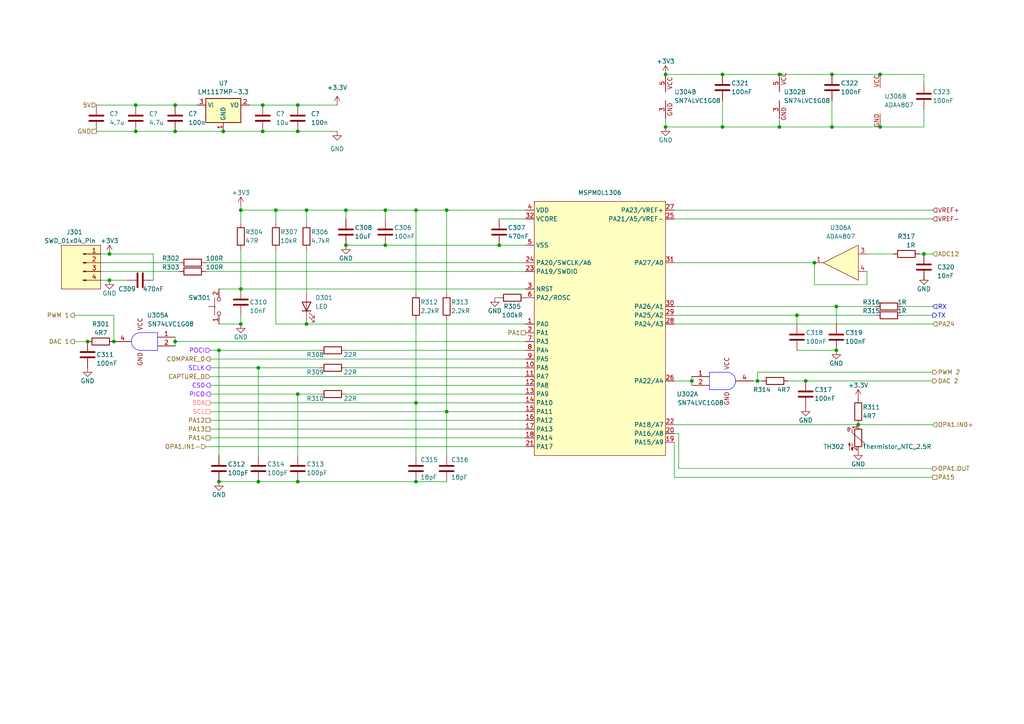
<source format=kicad_sch>
(kicad_sch (version 20230121) (generator eeschema)
  (paper "A4")
  (lib_symbols
    (symbol "+3.3V_1" (power) (pin_numbers hide) (pin_names (offset 0) hide)
      (property "Value" "+3.3V_1" (at 0 3.556 0))
      (symbol "+3.3V_1_1_1"
        (pin power_in line (at 0 0 90) (length 0) hide (name "+3.3V") (number "1"))
      )
    )
    (symbol "00_Myself_Library:ADA4807" (pin_names hide)
      (property "Reference" "U" (at -5.08 6.35 0))
      (property "Value" "ADA4807" (at 0 0 0))
      (symbol "ADA4807_1_1"
        (pin output line (at 10.16 0 180) (length 2.54) (name "~") (number "1"))
        (pin input line (at -5.08 2.54 0) (length 2.54) (name "+") (number "3"))
        (pin input line (at -5.08 -2.54 0) (length 2.54) (name "-") (number "4"))
      )
      (symbol "ADA4807_2_1"
        (pin power_in line (at 0 -7.62 90) (length 3.81) (name "V-") (number "GND"))
        (pin power_in line (at 0 7.62 270) (length 3.81) (name "V+") (number "VCC"))
      )
    )
    (symbol "00_Myself_Library:C_0603_470nF" (pin_numbers hide) (pin_names (offset 0.254))
      (property "Reference" "C" (at -3.683 7.112 0))
      (property "Value" "470nF" (at -3.81 5.08 0))
      (symbol "C_0603_470nF_1_1"
        (pin passive line (at 3.81 0 180) (length 2.794) (name "~") (number "1"))
        (pin passive line (at -3.81 0 0) (length 2.794) (name "~") (number "2"))
      )
    )
    (symbol "00_Myself_Library:C_0805_100nF" (pin_numbers hide) (pin_names (offset 0) hide)
      (property "Reference" "C" (at -2.54 6.35 0))
      (property "Value" "100nF" (at 0 3.81 0))
      (symbol "C_0805_100nF_1_1"
        (pin passive line (at 3.81 0 180) (length 2.794) (name "~") (number "1"))
        (pin passive line (at -3.81 0 0) (length 2.794) (name "~") (number "2"))
      )
    )
    (symbol "00_Myself_Library:C_0805_100pF" (pin_numbers hide) (pin_names (offset 0) hide)
      (property "Reference" "C" (at -2.54 8.89 0))
      (property "Value" "100pF" (at 0 6.35 0))
      (symbol "C_0805_100pF_1_1"
        (pin passive line (at 3.81 0 180) (length 2.794) (name "~") (number "1"))
        (pin passive line (at -3.81 0 0) (length 2.794) (name "~") (number "2"))
      )
    )
    (symbol "00_Myself_Library:C_0805_10nF" (pin_numbers hide) (pin_names (offset 0) hide)
      (property "Reference" "C" (at -2.54 8.89 0))
      (property "Value" "10nF" (at 0 6.35 0))
      (symbol "C_0805_10nF_1_1"
        (pin passive line (at 3.81 0 180) (length 2.794) (name "~") (number "1"))
        (pin passive line (at -3.81 0 0) (length 2.794) (name "~") (number "2"))
      )
    )
    (symbol "00_Myself_Library:C_0805_10uF" (pin_numbers hide) (pin_names (offset 0) hide)
      (property "Reference" "C" (at -2.54 6.35 0))
      (property "Value" "C_10uF" (at 0 3.81 0))
      (symbol "C_0805_10uF_1_1"
        (pin passive line (at 3.81 0 180) (length 2.794) (name "~") (number "1"))
        (pin passive line (at -3.81 0 0) (length 2.794) (name "~") (number "2"))
      )
    )
    (symbol "00_Myself_Library:C_0805_18pF" (pin_numbers hide) (pin_names (offset 0) hide)
      (property "Reference" "C" (at -2.54 8.89 0))
      (property "Value" "18pF" (at 0 6.35 0))
      (symbol "C_0805_18pF_1_1"
        (pin passive line (at 3.81 0 180) (length 2.794) (name "~") (number "1"))
        (pin passive line (at -3.81 0 0) (length 2.794) (name "~") (number "2"))
      )
    )
    (symbol "00_Myself_Library:LED" (pin_numbers hide) (pin_names (offset 1.016) hide)
      (property "Reference" "D" (at 0 2.54 0))
      (property "Value" "LED" (at 0 -2.54 0))
      (symbol "LED_1_1"
        (pin passive line (at -3.81 0 0) (length 2.54) (name "K") (number "1"))
        (pin passive line (at 3.81 0 180) (length 2.54) (name "A") (number "2"))
      )
    )
    (symbol "00_Myself_Library:MCU_MSPM0L1306"
      (property "Value" "MSPM0L1306" (at 0 40.64 0))
      (symbol "MCU_MSPM0L1306_1_0"
        (pin input line (at -21.59 20.32 0) (length 2.54) (name "PA20/SWCLK/A6") (number "24"))
      )
      (symbol "MCU_MSPM0L1306_1_1"
        (pin passive line (at -21.59 2.54 0) (length 2.54) (name "PA0") (number "1"))
        (pin passive line (at -21.59 -10.16 0) (length 2.54) (name "PA6") (number "10"))
        (pin passive line (at -21.59 -12.7 0) (length 2.54) (name "PA7") (number "11"))
        (pin passive line (at -21.59 -15.24 0) (length 2.54) (name "PA8") (number "12"))
        (pin passive line (at -21.59 -17.78 0) (length 2.54) (name "PA9") (number "13"))
        (pin passive line (at -21.59 -20.32 0) (length 2.54) (name "PA10") (number "14"))
        (pin passive line (at -21.59 -22.86 0) (length 2.54) (name "PA11") (number "15"))
        (pin passive line (at -21.59 -25.4 0) (length 2.54) (name "PA12") (number "16"))
        (pin passive line (at -21.59 -27.94 0) (length 2.54) (name "PA13") (number "17"))
        (pin passive line (at -21.59 -30.48 0) (length 2.54) (name "PA14") (number "18"))
        (pin passive line (at 21.59 -31.75 180) (length 2.54) (name "PA15/A9") (number "19"))
        (pin passive line (at -21.59 0 0) (length 2.54) (name "PA1") (number "2"))
        (pin passive line (at 21.59 -29.21 180) (length 2.54) (name "PA16/A8") (number "20"))
        (pin passive line (at -21.59 -33.02 0) (length 2.54) (name "PA17") (number "21"))
        (pin passive line (at 21.59 -26.67 180) (length 2.54) (name "PA18/A7") (number "22"))
        (pin bidirectional line (at -21.59 17.78 0) (length 2.54) (name "PA19/SWDIO") (number "23"))
        (pin passive line (at 21.59 33.02 180) (length 2.54) (name "PA21/A5/VREF-") (number "25"))
        (pin passive line (at 21.59 -13.97 180) (length 2.54) (name "PA22/A4") (number "26"))
        (pin passive line (at 21.59 35.56 180) (length 2.54) (name "PA23/VREF+") (number "27"))
        (pin passive line (at 21.59 2.54 180) (length 2.54) (name "PA24/A3") (number "28"))
        (pin passive line (at 21.59 5.08 180) (length 2.54) (name "PA25/A2") (number "29"))
        (pin input line (at -21.59 12.7 0) (length 2.54) (name "NRST") (number "3"))
        (pin passive line (at 21.59 7.62 180) (length 2.54) (name "PA26/A1") (number "30"))
        (pin passive line (at 21.59 20.32 180) (length 2.54) (name "PA27/A0") (number "31"))
        (pin power_in line (at -21.59 33.02 0) (length 2.54) (name "VCORE") (number "32"))
        (pin power_in line (at -21.59 35.56 0) (length 2.54) (name "VDD") (number "4"))
        (pin passive line (at -21.59 25.4 0) (length 2.54) (name "VSS") (number "5"))
        (pin output line (at -21.59 10.16 0) (length 2.54) (name "PA2/ROSC") (number "6"))
        (pin passive line (at -21.59 -2.54 0) (length 2.54) (name "PA3") (number "7"))
        (pin passive line (at -21.59 -5.08 0) (length 2.54) (name "PA4") (number "8"))
        (pin passive line (at -21.59 -7.62 0) (length 2.54) (name "PA5") (number "9"))
      )
    )
    (symbol "00_Myself_Library:R_0805_100R" (pin_numbers hide) (pin_names hide)
      (property "Reference" "R" (at -2.54 5.08 0))
      (property "Value" "R_100R" (at -1.27 2.54 0))
      (symbol "R_0805_100R_1_1"
        (pin passive line (at 3.81 0 180) (length 1.27) (name "~") (number "1"))
        (pin passive line (at -3.81 0 0) (length 1.27) (name "~") (number "2"))
      )
    )
    (symbol "00_Myself_Library:R_0805_100kR" (pin_numbers hide) (pin_names hide)
      (property "Reference" "R" (at -2.54 5.08 0))
      (property "Value" "100kR" (at 0 2.54 0))
      (symbol "R_0805_100kR_1_1"
        (pin passive line (at 3.81 0 180) (length 1.27) (name "~") (number "1"))
        (pin passive line (at -3.81 0 0) (length 1.27) (name "~") (number "2"))
      )
    )
    (symbol "00_Myself_Library:R_0805_10kR" (pin_numbers hide) (pin_names hide)
      (property "Reference" "R" (at -2.54 5.08 0))
      (property "Value" "10kR" (at -1.27 2.54 0))
      (symbol "R_0805_10kR_1_1"
        (pin passive line (at 3.81 0 180) (length 1.27) (name "~") (number "1"))
        (pin passive line (at -3.81 0 0) (length 1.27) (name "~") (number "2"))
      )
    )
    (symbol "00_Myself_Library:R_0805_1R" (pin_numbers hide) (pin_names hide)
      (property "Reference" "R" (at -2.54 5.08 0))
      (property "Value" "1R" (at -1.27 2.54 0))
      (symbol "R_0805_1R_1_1"
        (pin passive line (at 3.81 0 180) (length 1.27) (name "~") (number "1"))
        (pin passive line (at -3.81 0 0) (length 1.27) (name "~") (number "2"))
      )
    )
    (symbol "00_Myself_Library:R_0805_2.2kR" (pin_numbers hide) (pin_names hide)
      (property "Reference" "R" (at -2.54 5.08 0))
      (property "Value" "2.2kR" (at -1.27 2.54 0))
      (symbol "R_0805_2.2kR_1_1"
        (pin passive line (at 3.81 0 180) (length 1.27) (name "~") (number "1"))
        (pin passive line (at -3.81 0 0) (length 1.27) (name "~") (number "2"))
      )
    )
    (symbol "00_Myself_Library:R_0805_22R" (pin_numbers hide) (pin_names hide)
      (property "Reference" "R" (at -2.54 5.08 0))
      (property "Value" "22R" (at -1.27 2.54 0))
      (symbol "R_0805_22R_1_1"
        (pin passive line (at 3.81 0 180) (length 1.27) (name "~") (number "1"))
        (pin passive line (at -3.81 0 0) (length 1.27) (name "~") (number "2"))
      )
    )
    (symbol "00_Myself_Library:R_0805_4.7kR" (pin_numbers hide) (pin_names hide)
      (property "Reference" "R" (at -2.54 5.08 0))
      (property "Value" "4.7kR" (at -1.27 2.54 0))
      (symbol "R_0805_4.7kR_1_1"
        (pin passive line (at 3.81 0 180) (length 1.27) (name "~") (number "1"))
        (pin passive line (at -3.81 0 0) (length 1.27) (name "~") (number "2"))
      )
    )
    (symbol "00_Myself_Library:R_0805_47R" (pin_numbers hide) (pin_names hide)
      (property "Reference" "R" (at -2.54 5.08 0))
      (property "Value" "47R" (at -1.27 2.54 0))
      (symbol "R_0805_47R_1_1"
        (pin passive line (at 3.81 0 180) (length 1.27) (name "~") (number "1"))
        (pin passive line (at -3.81 0 0) (length 1.27) (name "~") (number "2"))
      )
    )
    (symbol "00_Myself_Library:R_0805_4R7" (pin_numbers hide) (pin_names hide)
      (property "Reference" "R" (at -2.54 5.08 0))
      (property "Value" "4R7" (at -1.27 2.54 0))
      (symbol "R_0805_4R7_1_1"
        (pin passive line (at 3.81 0 180) (length 1.27) (name "~") (number "1"))
        (pin passive line (at -3.81 0 0) (length 1.27) (name "~") (number "2"))
      )
    )
    (symbol "00_Myself_Library:SN74LVC1G08" (pin_names hide)
      (property "Reference" "U" (at -1.27 0 0))
      (property "Value" "SN74LVC1G08" (at -1.27 8.89 0))
      (symbol "SN74LVC1G08_0_1"
        (text "GND" (at 1.27 -5.08 900) (effects (font (size 1.27 1.27))))
        (text "VCC" (at 1.27 5.08 900) (effects (font (size 1.27 1.27))))
      )
      (symbol "SN74LVC1G08_1_1"
        (pin input line (at -8.89 1.27 0) (length 5.08) (name "~") (number "1"))
        (pin input line (at -8.89 -1.27 0) (length 5.08) (name "~") (number "2"))
        (pin output line (at 8.89 0 180) (length 5.08) (name "~") (number "4"))
      )
      (symbol "SN74LVC1G08_2_1"
        (pin passive line (at 0 -6.35 90) (length 5.08) (name "GND") (number "3"))
        (pin power_in line (at 0 6.35 270) (length 5.08) (name "VCC") (number "5"))
      )
    )
    (symbol "00_Myself_Library:SWD_01x04_Pin" (pin_names (offset 1.016) hide)
      (property "Reference" "J201" (at -1.27 11.43 0))
      (property "Value" "SWD_01x04_Pin" (at 0 8.89 0))
      (symbol "SWD_01x04_Pin_1_1"
        (pin passive line (at 5.08 2.54 180) (length 3.81) (name "Pin_1") (number "1"))
        (pin passive line (at 5.08 0 180) (length 3.81) (name "Pin_2") (number "2"))
        (pin passive line (at 5.08 -2.54 180) (length 3.81) (name "Pin_3") (number "3"))
        (pin passive line (at 5.08 -5.08 180) (length 3.81) (name "Pin_4") (number "4"))
      )
    )
    (symbol "00_Myself_Library:Switch" (pin_names hide)
      (property "Reference" "SW" (at 0 3.81 0))
      (symbol "Switch_0_1"
        (pin passive line (at -5.08 -1.27 0) (length 2.54) (name "1") (number "1"))
        (pin passive line (at 5.08 -1.27 180) (length 2.54) (name "2") (number "2"))
      )
    )
    (symbol "00_Myself_Library:Thermistor_NTC_2.5R"
      (property "Reference" "TH" (at -5.08 5.08 0))
      (property "Value" "Thermistor_NTC_2.5R" (at -12.7 2.54 0))
      (symbol "Thermistor_NTC_2.5R_1_1"
        (pin passive line (at 0 7.62 270) (length 1.27) (name "~") (number "1"))
        (pin passive line (at 0 0 90) (length 1.27) (name "~") (number "2"))
      )
    )
    (symbol "C_0805_100nF_1" (pin_numbers hide) (pin_names (offset 0) hide)
      (property "Reference" "C" (at -2.54 8.89 0))
      (property "Value" "100nF" (at 0 6.35 0))
      (symbol "C_0805_100nF_1_1_1"
        (pin passive line (at 3.81 0 180) (length 2.794) (name "~") (number "1"))
        (pin passive line (at -3.81 0 0) (length 2.794) (name "~") (number "2"))
      )
    )
    (symbol "C_0805_100nF_2" (pin_numbers hide) (pin_names (offset 0) hide)
      (property "Reference" "C" (at -2.54 8.89 0))
      (property "Value" "100nF" (at 0 6.35 0))
      (symbol "C_0805_100nF_2_1_1"
        (pin passive line (at 3.81 0 180) (length 2.794) (name "~") (number "1"))
        (pin passive line (at -3.81 0 0) (length 2.794) (name "~") (number "2"))
      )
    )
    (symbol "C_0805_100nF_3" (pin_numbers hide) (pin_names (offset 0) hide)
      (property "Reference" "C" (at -2.54 8.89 0))
      (property "Value" "100nF" (at 0 6.35 0))
      (symbol "C_0805_100nF_3_1_1"
        (pin passive line (at 3.81 0 180) (length 2.794) (name "~") (number "1"))
        (pin passive line (at -3.81 0 0) (length 2.794) (name "~") (number "2"))
      )
    )
    (symbol "C_0805_100nF_4" (pin_numbers hide) (pin_names (offset 0) hide)
      (property "Reference" "C" (at -2.54 8.89 0))
      (property "Value" "100nF" (at 0 6.35 0))
      (symbol "C_0805_100nF_4_1_1"
        (pin passive line (at 3.81 0 180) (length 2.794) (name "~") (number "1"))
        (pin passive line (at -3.81 0 0) (length 2.794) (name "~") (number "2"))
      )
    )
    (symbol "Device:C" (pin_numbers hide) (pin_names (offset 0.254))
      (property "Reference" "C" (at 0.635 2.54 0))
      (property "Value" "C" (at 0.635 -2.54 0))
      (symbol "C_1_1"
        (pin passive line (at 0 3.81 270) (length 2.794) (name "~") (number "1"))
        (pin passive line (at 0 -3.81 90) (length 2.794) (name "~") (number "2"))
      )
    )
    (symbol "GND_1" (power) (pin_numbers hide) (pin_names (offset 0) hide)
      (property "Value" "GND_1" (at 0 -3.81 0))
      (symbol "GND_1_1_1"
        (pin power_in line (at 0 0 270) (length 0) hide (name "GND") (number "1"))
      )
    )
    (symbol "GND_2" (power) (pin_numbers hide) (pin_names (offset 0) hide)
      (property "Value" "GND_2" (at 0 -3.81 0))
      (symbol "GND_2_1_1"
        (pin power_in line (at 0 0 270) (length 0) hide (name "GND") (number "1"))
      )
    )
    (symbol "R_0805_4R7_1" (pin_numbers hide) (pin_names hide)
      (property "Reference" "R" (at -2.54 5.08 0))
      (property "Value" "4R7" (at -1.27 2.54 0))
      (symbol "R_0805_4R7_1_1_1"
        (pin passive line (at 3.81 0 180) (length 1.27) (name "~") (number "1"))
        (pin passive line (at -3.81 0 0) (length 1.27) (name "~") (number "2"))
      )
    )
    (symbol "Regulator_Linear:LM1117MP-3.3"
      (property "Reference" "U" (at -3.81 3.175 0))
      (property "Value" "LM1117MP-3.3" (at 0 3.175 0))
      (symbol "LM1117MP-3.3_1_1"
        (pin power_in line (at 0 -7.62 90) (length 2.54) (name "GND") (number "1"))
        (pin power_out line (at 7.62 0 180) (length 2.54) (name "VO") (number "2"))
        (pin power_in line (at -7.62 0 0) (length 2.54) (name "VI") (number "3"))
      )
    )
    (symbol "SN74LVC1G08_2" (pin_names hide)
      (property "Reference" "U" (at -1.27 0 0))
      (property "Value" "SN74LVC1G08" (at -1.27 8.89 0))
      (symbol "SN74LVC1G08_2_0_1"
        (text "GND" (at 1.27 -3.81 900) (effects (font (size 1.27 1.27))))
        (text "VCC" (at 1.27 3.81 900) (effects (font (size 1.27 1.27))))
      )
      (symbol "SN74LVC1G08_2_1_1"
        (pin input line (at -8.89 1.27 0) (length 5.08) (name "~") (number "1"))
        (pin input line (at -8.89 -1.27 0) (length 5.08) (name "~") (number "2"))
        (pin output line (at 8.89 0 180) (length 5.08) (name "~") (number "4"))
      )
      (symbol "SN74LVC1G08_2_2_1"
        (pin passive line (at 0 -6.35 90) (length 5.08) (name "GND") (number "3"))
        (pin power_in line (at 0 6.35 270) (length 5.08) (name "VCC") (number "5"))
      )
    )
    (symbol "SN74LVC1G08_3" (pin_names hide)
      (property "Reference" "U" (at -1.27 0 0))
      (property "Value" "SN74LVC1G08" (at -1.27 8.89 0))
      (symbol "SN74LVC1G08_3_0_1"
        (text "GND" (at 1.27 -5.08 900) (effects (font (size 1.27 1.27))))
        (text "VCC\n" (at 1.27 5.08 900) (effects (font (size 1.27 1.27))))
      )
      (symbol "SN74LVC1G08_3_1_1"
        (pin input line (at -8.89 1.27 0) (length 5.08) (name "~") (number "1"))
        (pin input line (at -8.89 -1.27 0) (length 5.08) (name "~") (number "2"))
        (pin output line (at 8.89 0 180) (length 5.08) (name "~") (number "4"))
      )
      (symbol "SN74LVC1G08_3_2_1"
        (pin power_in line (at 0 -6.35 90) (length 5.08) (name "GND") (number "3"))
        (pin power_in line (at 0 6.35 270) (length 5.08) (name "VCC") (number "5"))
      )
    )
    (symbol "power:+3.3V" (power) (pin_names (offset 0))
      (property "Value" "+3.3V" (at 0 3.556 0))
      (symbol "+3.3V_1_1"
        (pin power_in line (at 0 0 90) (length 0) hide (name "+3.3V") (number "1"))
      )
    )
    (symbol "power:+3V3" (power) (pin_numbers hide) (pin_names (offset 0) hide)
      (property "Value" "+3V3" (at 0 3.556 0))
      (symbol "+3V3_1_1"
        (pin power_in line (at 0 0 90) (length 0) hide (name "+3V3") (number "1"))
      )
    )
    (symbol "power:GND" (power) (pin_names (offset 0))
      (property "Value" "GND" (at 0 -3.81 0))
      (symbol "GND_1_1"
        (pin power_in line (at 0 0 270) (length 0) hide (name "GND") (number "1"))
      )
    )
  )
  (junction (at 111.76 71.12))
  (junction (at 100.33 71.12))
  (junction (at 86.36 114.3))
  (junction (at 74.93 139.7))
  (junction (at 86.36 139.7))
  (junction (at 231.14 91.44))
  (junction (at 219.71 110.49))
  (junction (at 226.06 36.83))
  (junction (at 86.36 38.1))
  (junction (at 193.04 36.83))
  (junction (at 25.4 99.06))
  (junction (at 233.68 110.49))
  (junction (at 80.01 60.96))
  (junction (at 63.5 139.7))
  (junction (at 100.33 60.96))
  (junction (at 129.54 119.38))
  (junction (at 111.76 60.96))
  (junction (at 120.65 60.96))
  (junction (at 236.22 76.2))
  (junction (at 129.54 60.96))
  (junction (at 50.8 30.48))
  (junction (at 76.2 38.1))
  (junction (at 193.04 21.59))
  (junction (at 88.9 93.98))
  (junction (at 39.37 38.1))
  (junction (at 88.9 60.96))
  (junction (at 241.3 21.59))
  (junction (at 200.66 110.49))
  (junction (at 64.77 38.1))
  (junction (at 63.5 101.6))
  (junction (at 69.85 60.96))
  (junction (at 31.75 73.66))
  (junction (at 267.97 73.66))
  (junction (at 209.55 21.59))
  (junction (at 255.27 36.83))
  (junction (at 76.2 30.48))
  (junction (at 50.8 99.06))
  (junction (at 74.93 106.68))
  (junction (at 248.92 123.19))
  (junction (at 242.57 101.6))
  (junction (at 69.85 83.82))
  (junction (at 39.37 30.48))
  (junction (at 144.78 71.12))
  (junction (at 241.3 36.83))
  (junction (at 31.75 81.28))
  (junction (at 226.06 21.59))
  (junction (at 50.8 38.1))
  (junction (at 33.02 99.06))
  (junction (at 120.65 139.7))
  (junction (at 86.36 30.48))
  (junction (at 69.85 93.98))
  (junction (at 242.57 88.9))
  (junction (at 255.27 21.59))
  (junction (at 209.55 36.83))
  (junction (at 120.65 116.84))
  (wire (pts (xy 129.54 119.38) (xy 129.54 92.71)))
  (wire (pts (xy 111.76 71.12) (xy 144.78 71.12)))
  (wire (pts (xy 120.65 116.84) (xy 120.65 132.08)))
  (wire (pts (xy 129.54 60.96) (xy 129.54 85.09)))
  (wire (pts (xy 226.06 36.83) (xy 226.06 34.29)))
  (wire (pts (xy 59.69 76.2) (xy 152.4 76.2)))
  (wire (pts (xy 251.46 78.74) (xy 251.46 82.55)))
  (wire (pts (xy 39.37 30.48) (xy 50.8 30.48)))
  (wire (pts (xy 69.85 72.39) (xy 69.85 83.82)))
  (wire (pts (xy 63.5 139.7) (xy 74.93 139.7)))
  (wire (pts (xy 219.71 107.95) (xy 270.51 107.95)))
  (wire (pts (xy 219.71 110.49) (xy 220.98 110.49)))
  (wire (pts (xy 120.65 60.96) (xy 120.65 85.09)))
  (wire (pts (xy 59.69 129.54) (xy 152.4 129.54)))
  (wire (pts (xy 69.85 59.69) (xy 69.85 60.96)))
  (wire (pts (xy 251.46 73.66) (xy 259.08 73.66)))
  (wire (pts (xy 29.21 78.74) (xy 52.07 78.74)))
  (wire (pts (xy 111.76 60.96) (xy 111.76 63.5)))
  (wire (pts (xy 60.96 121.92) (xy 152.4 121.92)))
  (wire (pts (xy 60.96 104.14) (xy 152.4 104.14)))
  (wire (pts (xy 29.21 73.66) (xy 31.75 73.66)))
  (wire (pts (xy 226.06 36.83) (xy 241.3 36.83)))
  (wire (pts (xy 233.68 110.49) (xy 228.6 110.49)))
  (wire (pts (xy 261.62 91.44) (xy 270.51 91.44)))
  (wire (pts (xy 29.21 81.28) (xy 31.75 81.28)))
  (wire (pts (xy 31.75 73.66) (xy 44.45 73.66)))
  (wire (pts (xy 241.3 36.83) (xy 255.27 36.83)))
  (wire (pts (xy 209.55 21.59) (xy 226.06 21.59)))
  (wire (pts (xy 120.65 116.84) (xy 152.4 116.84)))
  (wire (pts (xy 195.58 76.2) (xy 236.22 76.2)))
  (wire (pts (xy 80.01 93.98) (xy 88.9 93.98)))
  (wire (pts (xy 50.8 38.1) (xy 64.77 38.1)))
  (wire (pts (xy 80.01 72.39) (xy 80.01 93.98)))
  (wire (pts (xy 267.97 73.66) (xy 270.51 73.66)))
  (wire (pts (xy 33.02 99.06) (xy 33.02 91.44)))
  (wire (pts (xy 120.65 60.96) (xy 129.54 60.96)))
  (wire (pts (xy 241.3 21.59) (xy 255.27 21.59)))
  (wire (pts (xy 88.9 93.98) (xy 152.4 93.98)))
  (wire (pts (xy 144.78 71.12) (xy 152.4 71.12)))
  (wire (pts (xy 209.55 29.21) (xy 209.55 36.83)))
  (wire (pts (xy 270.51 138.43) (xy 195.58 138.43)))
  (wire (pts (xy 267.97 24.13) (xy 267.97 21.59)))
  (wire (pts (xy 251.46 82.55) (xy 236.22 82.55)))
  (wire (pts (xy 63.5 101.6) (xy 63.5 132.08)))
  (wire (pts (xy 86.36 132.08) (xy 86.36 114.3)))
  (wire (pts (xy 60.96 116.84) (xy 120.65 116.84)))
  (wire (pts (xy 270.51 135.89) (xy 196.85 135.89)))
  (wire (pts (xy 195.58 91.44) (xy 231.14 91.44)))
  (wire (pts (xy 266.7 73.66) (xy 267.97 73.66)))
  (wire (pts (xy 80.01 60.96) (xy 80.01 64.77)))
  (wire (pts (xy 86.36 30.48) (xy 97.79 30.48)))
  (wire (pts (xy 100.33 71.12) (xy 111.76 71.12)))
  (wire (pts (xy 143.51 86.36) (xy 144.78 86.36)))
  (wire (pts (xy 64.77 38.1) (xy 76.2 38.1)))
  (wire (pts (xy 74.93 139.7) (xy 86.36 139.7)))
  (wire (pts (xy 60.96 109.22) (xy 152.4 109.22)))
  (wire (pts (xy 60.96 106.68) (xy 74.93 106.68)))
  (wire (pts (xy 193.04 36.83) (xy 209.55 36.83)))
  (wire (pts (xy 255.27 21.59) (xy 267.97 21.59)))
  (wire (pts (xy 129.54 119.38) (xy 152.4 119.38)))
  (wire (pts (xy 267.97 81.28) (xy 267.97 80.01)))
  (wire (pts (xy 100.33 60.96) (xy 100.33 63.5)))
  (wire (pts (xy 200.66 110.49) (xy 200.66 111.76)))
  (wire (pts (xy 129.54 60.96) (xy 152.4 60.96)))
  (wire (pts (xy 80.01 60.96) (xy 88.9 60.96)))
  (wire (pts (xy 69.85 60.96) (xy 80.01 60.96)))
  (wire (pts (xy 76.2 30.48) (xy 86.36 30.48)))
  (wire (pts (xy 60.96 101.6) (xy 63.5 101.6)))
  (wire (pts (xy 219.71 107.95) (xy 219.71 110.49)))
  (wire (pts (xy 63.5 101.6) (xy 92.71 101.6)))
  (wire (pts (xy 270.51 123.19) (xy 248.92 123.19)))
  (wire (pts (xy 21.59 99.06) (xy 25.4 99.06)))
  (wire (pts (xy 129.54 132.08) (xy 129.54 119.38)))
  (wire (pts (xy 100.33 60.96) (xy 111.76 60.96)))
  (wire (pts (xy 50.8 99.06) (xy 50.8 97.79)))
  (wire (pts (xy 60.96 111.76) (xy 152.4 111.76)))
  (wire (pts (xy 74.93 106.68) (xy 92.71 106.68)))
  (wire (pts (xy 261.62 88.9) (xy 270.51 88.9)))
  (wire (pts (xy 60.96 114.3) (xy 86.36 114.3)))
  (wire (pts (xy 69.85 83.82) (xy 152.4 83.82)))
  (wire (pts (xy 21.59 91.44) (xy 33.02 91.44)))
  (wire (pts (xy 231.14 91.44) (xy 231.14 93.98)))
  (wire (pts (xy 226.06 21.59) (xy 241.3 21.59)))
  (wire (pts (xy 60.96 127) (xy 152.4 127)))
  (wire (pts (xy 231.14 91.44) (xy 254 91.44)))
  (wire (pts (xy 27.94 30.48) (xy 39.37 30.48)))
  (wire (pts (xy 120.65 92.71) (xy 120.65 116.84)))
  (wire (pts (xy 44.45 73.66) (xy 44.45 81.28)))
  (wire (pts (xy 39.37 38.1) (xy 50.8 38.1)))
  (wire (pts (xy 218.44 110.49) (xy 219.71 110.49)))
  (wire (pts (xy 236.22 82.55) (xy 236.22 76.2)))
  (wire (pts (xy 72.39 30.48) (xy 76.2 30.48)))
  (wire (pts (xy 255.27 36.83) (xy 267.97 36.83)))
  (wire (pts (xy 193.04 36.83) (xy 193.04 34.29)))
  (wire (pts (xy 69.85 91.44) (xy 69.85 93.98)))
  (wire (pts (xy 195.58 125.73) (xy 196.85 125.73)))
  (wire (pts (xy 233.68 110.49) (xy 270.51 110.49)))
  (wire (pts (xy 195.58 88.9) (xy 242.57 88.9)))
  (wire (pts (xy 63.5 83.82) (xy 69.85 83.82)))
  (wire (pts (xy 242.57 88.9) (xy 254 88.9)))
  (wire (pts (xy 50.8 99.06) (xy 50.8 100.33)))
  (wire (pts (xy 231.14 101.6) (xy 242.57 101.6)))
  (wire (pts (xy 152.4 63.5) (xy 144.78 63.5)))
  (wire (pts (xy 111.76 60.96) (xy 120.65 60.96)))
  (wire (pts (xy 100.33 106.68) (xy 152.4 106.68)))
  (wire (pts (xy 29.21 76.2) (xy 52.07 76.2)))
  (wire (pts (xy 31.75 81.28) (xy 36.83 81.28)))
  (wire (pts (xy 100.33 101.6) (xy 152.4 101.6)))
  (wire (pts (xy 27.94 38.1) (xy 39.37 38.1)))
  (wire (pts (xy 60.96 119.38) (xy 129.54 119.38)))
  (wire (pts (xy 63.5 93.98) (xy 69.85 93.98)))
  (wire (pts (xy 195.58 138.43) (xy 195.58 128.27)))
  (wire (pts (xy 50.8 30.48) (xy 57.15 30.48)))
  (wire (pts (xy 120.65 139.7) (xy 129.54 139.7)))
  (wire (pts (xy 100.33 114.3) (xy 152.4 114.3)))
  (wire (pts (xy 200.66 109.22) (xy 200.66 110.49)))
  (wire (pts (xy 88.9 72.39) (xy 88.9 85.09)))
  (wire (pts (xy 88.9 60.96) (xy 100.33 60.96)))
  (wire (pts (xy 270.51 63.5) (xy 195.58 63.5)))
  (wire (pts (xy 195.58 93.98) (xy 270.51 93.98)))
  (wire (pts (xy 193.04 21.59) (xy 209.55 21.59)))
  (wire (pts (xy 267.97 31.75) (xy 267.97 36.83)))
  (wire (pts (xy 209.55 36.83) (xy 226.06 36.83)))
  (wire (pts (xy 74.93 132.08) (xy 74.93 106.68)))
  (wire (pts (xy 59.69 78.74) (xy 152.4 78.74)))
  (wire (pts (xy 270.51 60.96) (xy 195.58 60.96)))
  (wire (pts (xy 76.2 38.1) (xy 86.36 38.1)))
  (wire (pts (xy 241.3 29.21) (xy 241.3 36.83)))
  (wire (pts (xy 195.58 110.49) (xy 200.66 110.49)))
  (wire (pts (xy 88.9 92.71) (xy 88.9 93.98)))
  (wire (pts (xy 242.57 93.98) (xy 242.57 88.9)))
  (wire (pts (xy 60.96 124.46) (xy 152.4 124.46)))
  (wire (pts (xy 86.36 139.7) (xy 120.65 139.7)))
  (wire (pts (xy 86.36 114.3) (xy 92.71 114.3)))
  (wire (pts (xy 195.58 123.19) (xy 248.92 123.19)))
  (wire (pts (xy 50.8 99.06) (xy 152.4 99.06)))
  (wire (pts (xy 86.36 38.1) (xy 97.79 38.1)))
  (wire (pts (xy 196.85 135.89) (xy 196.85 125.73)))
  (wire (pts (xy 88.9 60.96) (xy 88.9 64.77)))
  (wire (pts (xy 69.85 60.96) (xy 69.85 64.77)))
  (hierarchical_label "RX" (shape input) (at 270.51 88.9 0))
  (hierarchical_label "ADC12" (shape input) (at 270.51 73.66 0))
  (hierarchical_label "PA1" (shape passive) (at 152.4 96.52 180))
  (hierarchical_label "VREF-" (shape input) (at 270.51 63.5 0))
  (hierarchical_label "CAPTURE_0" (shape input) (at 60.96 109.22 180))
  (hierarchical_label "DAC 1" (shape output) (at 21.59 99.06 180))
  (hierarchical_label "OPA1.IN0+" (shape input) (at 270.51 123.19 0))
  (hierarchical_label "TX" (shape output) (at 270.51 91.44 0))
  (hierarchical_label "PWM 1" (shape output) (at 21.59 91.44 180))
  (hierarchical_label "PA15" (shape passive) (at 270.51 138.43 0))
  (hierarchical_label "POCI" (shape input) (at 60.96 101.6 180))
  (hierarchical_label "CS0" (shape output) (at 60.96 111.76 180))
  (hierarchical_label "PA14" (shape passive) (at 60.96 127 180))
  (hierarchical_label "OPA1.OUT" (shape output) (at 270.51 135.89 0))
  (hierarchical_label "COMPARE_0" (shape output) (at 60.96 104.14 180))
  (hierarchical_label "DAC 2" (shape output) (at 270.51 110.49 0))
  (hierarchical_label "SDA" (shape passive) (at 60.96 116.84 180))
  (hierarchical_label "GND" (shape passive) (at 27.94 38.1 180))
  (hierarchical_label "OPA1.IN1-" (shape input) (at 59.69 129.54 180))
  (hierarchical_label "PWM 2" (shape output) (at 270.51 107.95 0))
  (hierarchical_label "PA13" (shape passive) (at 60.96 124.46 180))
  (hierarchical_label "SCLK" (shape output) (at 60.96 106.68 180))
  (hierarchical_label "SCL" (shape passive) (at 60.96 119.38 180))
  (hierarchical_label "PICO" (shape output) (at 60.96 114.3 180))
  (hierarchical_label "PA12" (shape passive) (at 60.96 121.92 180))
  (hierarchical_label "VREF+" (shape input) (at 270.51 60.96 0))
  (hierarchical_label "PA24" (shape input) (at 270.51 93.98 0))
  (hierarchical_label "5V" (shape input) (at 27.94 30.48 180))
  (symbol (lib_name "GND_1") (lib_id "power:GND") (at 267.97 80.01 0) (unit 1)
    (property "Reference" "#PWR0317" (effects hide))
    (property "Value" "GND" (at 267.97 83.82 0))
  )
  (symbol (lib_id "00_Myself_Library:SN74LVC1G08") (at 226.06 27.94 0) (unit 2)
    (property "Reference" "U302" (at 227.33 26.67 0) (effects (justify left)))
    (property "Value" "SN74LVC1G08" (at 227.33 29.21 0) (effects (justify left)))
    (property "Footprint" "Package_TO_SOT_SMD:SOT-23-5" (effects hide))
    (property "Datasheet" "2711-1G08DR01" (effects hide))
  )
  (symbol (lib_id "00_Myself_Library:SWD_01x04_Pin") (at 24.13 76.2 0) (unit 1)
    (property "Reference" "J301" (at 21.59 67.31 0))
    (property "Value" "SWD_01x04_Pin" (at 20.32 69.85 0))
    (property "Footprint" "Connector_PinHeader_1.00mm:PinHeader_1x04_P1.00mm_Horizontal" (effects hide))
  )
  (symbol (lib_id "00_Myself_Library:R_0805_22R") (at 96.52 101.6 0) (unit 1)
    (property "Reference" "R308" (at 91.44 102.87 0))
    (property "Value" "22R" (at 101.6 102.87 0))
    (property "Footprint" "Resistor_SMD:R_0805_2012Metric_Pad1.20x1.40mm_HandSolder" (effects hide))
    (property "Datasheet" "20C1-22B0J221" (effects hide))
  )
  (symbol (lib_name "GND_1") (lib_id "power:GND") (at 233.68 118.11 0) (unit 1)
    (property "Reference" "#PWR0315" (effects hide))
    (property "Value" "GND" (at 233.68 121.92 0))
  )
  (symbol (lib_id "00_Myself_Library:C_0805_100nF") (at 209.55 25.4 90) (mirror x) (unit 1)
    (property "Reference" "C321" (at 212.09 24.13 90) (effects (justify right)))
    (property "Value" "100nF" (at 212.09 26.67 90) (effects (justify right)))
    (property "Footprint" "Capacitor_SMD:C_0805_2012Metric_Pad1.18x1.45mm_HandSolder" (effects hide))
    (property "Datasheet" "22E5-50104J01" (effects hide))
  )
  (symbol (lib_id "power:GND") (at 97.79 38.1 0) (unit 1)
    (property "Reference" "#PWR?" (effects hide))
    (property "Value" "GND" (at 97.79 43.18 0))
    (instances (project "M0" (path "" (reference "#PWR?") (unit 1)) (path "" (reference "#PWR0302") (unit 1))))
  )
  (symbol (lib_id "Device:C") (at 76.2 34.29 0) (unit 1)
    (property "Reference" "C?" (at 80.01 33.02 0) (effects (justify left)))
    (property "Value" "10u" (at 80.01 35.56 0) (effects (justify left)))
    (instances (project "M0" (path "" (reference "C?") (unit 1)) (path "" (reference "C304") (unit 1))))
  )
  (symbol (lib_id "00_Myself_Library:C_0805_100pF") (at 63.5 135.89 90) (unit 1)
    (property "Reference" "C312" (at 66.04 134.62 90) (effects (justify right)))
    (property "Value" "100pF" (at 66.04 137.16 90) (effects (justify right)))
    (property "Footprint" "Capacitor_SMD:C_0805_2012Metric_Pad1.18x1.45mm_HandSolder" (effects hide))
    (property "Datasheet" "22E5-50101J01" (effects hide))
  )
  (symbol (lib_id "Device:C") (at 50.8 34.29 0) (unit 1)
    (property "Reference" "C?" (at 54.61 33.02 0) (effects (justify left)))
    (property "Value" "100n" (at 54.61 35.56 0) (effects (justify left)))
    (instances (project "M0" (path "" (reference "C?") (unit 1)) (path "" (reference "C303") (unit 1))))
  )
  (symbol (lib_name "GND_1") (lib_id "power:GND") (at 143.51 86.36 0) (unit 1)
    (property "Reference" "#PWR0308" (effects hide))
    (property "Value" "GND" (at 143.51 90.17 0))
  )
  (symbol (lib_id "00_Myself_Library:ADA4807") (at 246.38 76.2 0) (mirror y) (unit 1)
    (property "Reference" "U306" (at 243.84 66.04 0))
    (property "Value" "ADA4807" (at 243.84 68.58 0))
  )
  (symbol (lib_id "00_Myself_Library:R_0805_22R") (at 96.52 114.3 0) (unit 1)
    (property "Reference" "R310" (at 91.44 115.57 0))
    (property "Value" "22R" (at 101.6 115.57 0))
    (property "Footprint" "Resistor_SMD:R_0805_2012Metric_Pad1.20x1.40mm_HandSolder" (effects hide))
    (property "Datasheet" "20C1-22B0J221" (effects hide))
  )
  (symbol (lib_id "00_Myself_Library:R_0805_47R") (at 69.85 68.58 90) (unit 1)
    (property "Reference" "R304" (at 71.12 67.31 90) (effects (justify right)))
    (property "Value" "47R" (at 71.12 69.85 90) (effects (justify right)))
    (property "Footprint" "Resistor_SMD:R_0805_2012Metric_Pad1.20x1.40mm_HandSolder" (effects hide))
    (property "Datasheet" "20C1-47B0J221" (effects hide))
  )
  (symbol (lib_id "power:+3V3") (at 69.85 59.69 0) (unit 1)
    (property "Reference" "#PWR0304" (effects hide))
    (property "Value" "+3V3" (at 69.85 55.88 0))
  )
  (symbol (lib_id "00_Myself_Library:R_0805_4.7kR") (at 88.9 68.58 90) (unit 1)
    (property "Reference" "R306" (at 90.17 67.31 90) (effects (justify right)))
    (property "Value" "4.7kR" (at 90.17 69.85 90) (effects (justify right)))
    (property "Footprint" "Resistor_SMD:R_0805_2012Metric_Pad1.20x1.40mm_HandSolder" (effects hide))
    (property "Datasheet" "20C1-4701F221" (effects hide))
  )
  (symbol (lib_id "Regulator_Linear:LM1117MP-3.3") (at 64.77 30.48 0) (unit 1)
    (property "Reference" "U?" (at 64.77 24.13 0))
    (property "Value" "LM1117MP-3.3" (at 64.77 26.67 0))
    (property "Footprint" "Package_TO_SOT_SMD:SOT-223-3_TabPin2" (effects hide))
    (property "Datasheet" "http://www.ti.com/lit/ds/symlink/lm1117.pdf" (effects hide))
    (instances (project "M0" (path "" (reference "U?") (unit 1)) (path "" (reference "U301") (unit 1))))
  )
  (symbol (lib_name "GND_1") (lib_id "power:GND") (at 69.85 93.98 0) (unit 1)
    (property "Reference" "#PWR0307" (effects hide))
    (property "Value" "GND" (at 69.85 97.79 0))
  )
  (symbol (lib_id "00_Myself_Library:C_0805_10nF") (at 267.97 77.47 90) (unit 1)
    (property "Reference" "C320" (at 271.78 77.47 90) (effects (justify right)))
    (property "Value" "10nF" (at 271.78 80.01 90) (effects (justify right)))
    (property "Footprint" "Capacitor_SMD:C_0805_2012Metric_Pad1.18x1.45mm_HandSolder" (effects hide))
    (property "Datasheet" "22E5-50103F11" (effects hide))
  )
  (symbol (lib_name "C_0805_100nF_1") (lib_id "00_Myself_Library:C_0805_100nF") (at 25.4 102.87 90) (unit 1)
    (property "Reference" "C311" (at 27.94 102.87 90) (effects (justify right)))
    (property "Value" "100nF" (at 27.94 105.41 90) (effects (justify right)))
    (property "Footprint" "Capacitor_SMD:C_0805_2012Metric_Pad1.18x1.45mm_HandSolder" (effects hide))
    (property "Datasheet" "22E5-50104J01" (effects hide))
  )
  (symbol (lib_id "00_Myself_Library:R_0805_100R") (at 55.88 78.74 0) (unit 1)
    (property "Reference" "R303" (at 49.53 77.47 0))
    (property "Value" "100R" (at 62.23 77.47 0))
    (property "Footprint" "Resistor_SMD:R_0805_2012Metric_Pad1.20x1.40mm_HandSolder" (effects hide))
    (property "Datasheet" "20M0S1000F221" (effects hide))
  )
  (symbol (lib_id "Device:C") (at 27.94 34.29 0) (unit 1)
    (property "Reference" "C?" (at 31.75 33.02 0) (effects (justify left)))
    (property "Value" "4.7u" (at 31.75 35.56 0) (effects (justify left)))
    (instances (project "M0" (path "" (reference "C?") (unit 1)) (path "" (reference "C301") (unit 1))))
  )
  (symbol (lib_id "00_Myself_Library:R_0805_22R") (at 96.52 106.68 0) (unit 1)
    (property "Reference" "R309" (at 91.44 107.95 0))
    (property "Value" "22R" (at 101.6 107.95 0))
    (property "Footprint" "Resistor_SMD:R_0805_2012Metric_Pad1.20x1.40mm_HandSolder" (effects hide))
    (property "Datasheet" "20C1-22B0J221" (effects hide))
  )
  (symbol (lib_id "00_Myself_Library:C_0805_100nF") (at 111.76 67.31 90) (mirror x) (unit 1)
    (property "Reference" "C306" (at 114.3 66.04 90) (effects (justify right)))
    (property "Value" "100nF" (at 114.3 68.58 90) (effects (justify right)))
    (property "Footprint" "Capacitor_SMD:C_0805_2012Metric_Pad1.18x1.45mm_HandSolder" (effects hide))
    (property "Datasheet" "22E5-50104J01" (effects hide))
  )
  (symbol (lib_id "00_Myself_Library:R_0805_1R") (at 257.81 88.9 0) (unit 1)
    (property "Reference" "R316" (at 252.73 87.63 0))
    (property "Value" "1R" (at 261.62 87.63 0))
    (property "Footprint" "Resistor_SMD:R_0805_2012Metric_Pad1.20x1.40mm_HandSolder" (effects hide))
    (property "Datasheet" "20C1-10BDJ221" (effects hide))
  )
  (symbol (lib_id "00_Myself_Library:C_0805_100nF") (at 267.97 27.94 90) (mirror x) (unit 1)
    (property "Reference" "C323" (at 270.51 26.67 90) (effects (justify right)))
    (property "Value" "100nF" (at 270.51 29.21 90) (effects (justify right)))
    (property "Footprint" "Capacitor_SMD:C_0805_2012Metric_Pad1.18x1.45mm_HandSolder" (effects hide))
    (property "Datasheet" "22E5-50104J01" (effects hide))
  )
  (symbol (lib_id "00_Myself_Library:MCU_MSPM0L1306") (at 173.99 96.52 0) (unit 1)
    (property "Reference" "U303" (effects hide))
    (property "Value" "MSPM0L1306" (at 173.99 55.88 0))
    (property "Footprint" "Package_DFN_QFN:QFN-32-1EP_5x5mm_P0.5mm_EP3.65x3.65mm" (effects hide))
    (property "Datasheet" "32 VQFN[5 mm × 5 mm] " (effects hide))
  )
  (symbol (lib_id "00_Myself_Library:C_0805_100pF") (at 74.93 135.89 90) (unit 1)
    (property "Reference" "C314" (at 77.47 134.62 90) (effects (justify right)))
    (property "Value" "100pF" (at 77.47 137.16 90) (effects (justify right)))
    (property "Footprint" "Capacitor_SMD:C_0805_2012Metric_Pad1.18x1.45mm_HandSolder" (effects hide))
    (property "Datasheet" "22E5-50101J01" (effects hide))
  )
  (symbol (lib_id "00_Myself_Library:R_0805_4R7") (at 248.92 119.38 90) (unit 1)
    (property "Reference" "R311" (at 250.19 118.11 90) (effects (justify right)))
    (property "Value" "4R7" (at 250.19 120.65 90) (effects (justify right)))
    (property "Footprint" "Resistor_SMD:R_0805_2012Metric_Pad1.20x1.40mm_HandSolder" (effects hide))
    (property "Datasheet" "20C1-47B0J221" (effects hide))
  )
  (symbol (lib_id "00_Myself_Library:R_0805_100kR") (at 148.59 86.36 0) (unit 1)
    (property "Reference" "R305" (at 148.59 88.9 0))
    (property "Value" "100kR" (at 148.59 91.44 0))
    (property "Footprint" "Resistor_SMD:R_0805_2012Metric_Pad1.20x1.40mm_HandSolder" (effects hide))
    (property "Datasheet" "20M1S1003D221" (effects hide))
  )
  (symbol (lib_name "GND_1") (lib_id "power:GND") (at 63.5 139.7 0) (unit 1)
    (property "Reference" "#PWR0312" (effects hide))
    (property "Value" "GND" (at 63.5 143.51 0))
  )
  (symbol (lib_name "GND_1") (lib_id "power:GND") (at 25.4 106.68 0) (unit 1)
    (property "Reference" "#PWR0311" (effects hide))
    (property "Value" "GND" (at 25.4 110.49 0))
  )
  (symbol (lib_id "00_Myself_Library:C_0603_470nF") (at 40.64 81.28 180) (unit 1)
    (property "Reference" "C309" (at 36.83 83.82 0))
    (property "Value" "470nF" (at 44.45 83.82 0))
    (property "Footprint" "Capacitor_SMD:C_0201_0603Metric_Pad0.64x0.40mm_HandSolder" (effects hide))
    (property "Datasheet" "22EJ-25474K01" (effects hide))
  )
  (symbol (lib_id "00_Myself_Library:C_0603_470nF") (at 144.78 67.31 90) (unit 1)
    (property "Reference" "C307" (at 147.32 66.04 90) (effects (justify right)))
    (property "Value" "470nF" (at 147.32 68.58 90) (effects (justify right)))
    (property "Footprint" "Capacitor_SMD:C_0201_0603Metric_Pad0.64x0.40mm_HandSolder" (effects hide))
    (property "Datasheet" "22EJ-25474K01" (effects hide))
  )
  (symbol (lib_id "00_Myself_Library:LED") (at 88.9 88.9 90) (unit 1)
    (property "Reference" "D301" (at 91.44 86.36 90) (effects (justify right)))
    (property "Value" "LED" (at 91.44 88.9 90) (effects (justify right)))
    (property "Footprint" "LED_SMD:LED_0603_1608Metric_Pad1.05x0.95mm_HandSolder" (effects hide))
    (property "Datasheet" "3112-06T101A1" (effects hide))
  )
  (symbol (lib_id "Device:C") (at 86.36 34.29 0) (unit 1)
    (property "Reference" "C?" (at 90.17 33.02 0) (effects (justify left)))
    (property "Value" "100n" (at 90.17 35.56 0) (effects (justify left)))
    (instances (project "M0" (path "" (reference "C?") (unit 1)) (path "" (reference "C305") (unit 1))))
  )
  (symbol (lib_id "00_Myself_Library:C_0805_100pF") (at 86.36 135.89 90) (unit 1)
    (property "Reference" "C313" (at 88.9 134.62 90) (effects (justify right)))
    (property "Value" "100pF" (at 88.9 137.16 90) (effects (justify right)))
    (property "Footprint" "Capacitor_SMD:C_0805_2012Metric_Pad1.18x1.45mm_HandSolder" (effects hide))
    (property "Datasheet" "22E5-50101J01" (effects hide))
  )
  (symbol (lib_name "R_0805_4R7_1") (lib_id "00_Myself_Library:R_0805_4R7") (at 224.79 110.49 0) (unit 1)
    (property "Reference" "R314" (at 220.98 113.03 0))
    (property "Value" "4R7" (at 227.33 113.03 0))
    (property "Footprint" "Resistor_SMD:R_0805_2012Metric_Pad1.20x1.40mm_HandSolder" (effects hide))
    (property "Datasheet" "20C1-47B0J221" (effects hide))
  )
  (symbol (lib_id "00_Myself_Library:C_0805_10uF") (at 100.33 67.31 90) (unit 1)
    (property "Reference" "C308" (at 102.87 66.04 90) (effects (justify right)))
    (property "Value" "10uF" (at 102.87 68.58 90) (effects (justify right)))
    (property "Footprint" "Capacitor_SMD:C_0805_2012Metric_Pad1.18x1.45mm_HandSolder" (effects hide))
    (property "Datasheet" "22E5-10106K01" (effects hide))
  )
  (symbol (lib_name "+3.3V_1") (lib_id "power:+3.3V") (at 248.92 115.57 0) (mirror y) (unit 1)
    (property "Reference" "#PWR0218" (effects hide))
    (property "Value" "+3.3V" (at 248.92 111.76 0))
    (instances (project "M0" (path "" (reference "#PWR0218") (unit 1)) (path "" (reference "#PWR0313") (unit 1))))
  )
  (symbol (lib_id "00_Myself_Library:Switch") (at 62.23 88.9 90) (unit 1)
    (property "Reference" "SW301" (at 54.61 86.36 90) (effects (justify right)))
    (property "Value" "~" (at 62.23 88.9 0))
  )
  (symbol (lib_name "GND_1") (lib_id "power:GND") (at 100.33 71.12 0) (unit 1)
    (property "Reference" "#PWR0303" (effects hide))
    (property "Value" "GND" (at 100.33 74.93 0))
  )
  (symbol (lib_name "SN74LVC1G08_3") (lib_id "00_Myself_Library:SN74LVC1G08") (at 41.91 99.06 0) (mirror y) (unit 1)
    (property "Reference" "U305" (at 45.72 91.44 0))
    (property "Value" "SN74LVC1G08" (at 49.53 93.98 0))
    (property "Footprint" "Package_TO_SOT_SMD:SOT-23-5" (effects hide))
    (property "Datasheet" "2711-1G08DR01" (effects hide))
  )
  (symbol (lib_id "00_Myself_Library:ADA4807") (at 255.27 29.21 0) (unit 2)
    (property "Reference" "U306" (at 256.54 27.94 0) (effects (justify left)))
    (property "Value" "ADA4807" (at 256.54 30.48 0) (effects (justify left)))
  )
  (symbol (lib_id "power:+3.3V") (at 97.79 30.48 0) (unit 1)
    (property "Reference" "#PWR?" (effects hide))
    (property "Value" "+3.3V" (at 97.79 25.4 0))
    (instances (project "M0" (path "" (reference "#PWR?") (unit 1)) (path "" (reference "#PWR0301") (unit 1))))
  )
  (symbol (lib_name "GND_2") (lib_id "power:GND") (at 248.92 130.81 0) (mirror y) (unit 1)
    (property "Reference" "#PWR0219" (effects hide))
    (property "Value" "GND" (at 248.92 134.62 0))
    (instances (project "M0" (path "" (reference "#PWR0219") (unit 1)) (path "" (reference "#PWR0314") (unit 1))))
  )
  (symbol (lib_name "SN74LVC1G08_2") (lib_id "00_Myself_Library:SN74LVC1G08") (at 193.04 27.94 0) (unit 2)
    (property "Reference" "U304" (at 195.58 26.67 0) (effects (justify left)))
    (property "Value" "SN74LVC1G08" (at 195.58 29.21 0) (effects (justify left)))
    (property "Footprint" "Package_TO_SOT_SMD:SOT-23-5" (effects hide))
    (property "Datasheet" "2711-1G08DR01" (effects hide))
  )
  (symbol (lib_id "00_Myself_Library:R_0805_4R7") (at 29.21 99.06 0) (unit 1)
    (property "Reference" "R301" (at 29.21 93.98 0))
    (property "Value" "4R7" (at 29.21 96.52 0))
    (property "Footprint" "Resistor_SMD:R_0805_2012Metric_Pad1.20x1.40mm_HandSolder" (effects hide))
    (property "Datasheet" "20C1-47B0J221" (effects hide))
  )
  (symbol (lib_id "Device:C") (at 39.37 34.29 0) (unit 1)
    (property "Reference" "C?" (at 43.18 33.02 0) (effects (justify left)))
    (property "Value" "4.7u" (at 43.18 35.56 0) (effects (justify left)))
    (instances (project "M0" (path "" (reference "C?") (unit 1)) (path "" (reference "C302") (unit 1))))
  )
  (symbol (lib_id "00_Myself_Library:R_0805_10kR") (at 80.01 68.58 90) (unit 1)
    (property "Reference" "R307" (at 81.28 67.31 90) (effects (justify right)))
    (property "Value" "10kR" (at 81.28 69.85 90) (effects (justify right)))
    (property "Footprint" "Resistor_SMD:R_0805_2012Metric_Pad1.20x1.40mm_HandSolder" (effects hide))
    (property "Datasheet" "20M0S10K0B221" (effects hide))
  )
  (symbol (lib_name "C_0805_100nF_3") (lib_id "00_Myself_Library:C_0805_100nF") (at 231.14 97.79 90) (unit 1)
    (property "Reference" "C318" (at 233.68 96.52 90) (effects (justify right)))
    (property "Value" "100nF" (at 233.68 99.06 90) (effects (justify right)))
    (property "Footprint" "Capacitor_SMD:C_0805_2012Metric_Pad1.18x1.45mm_HandSolder" (effects hide))
    (property "Datasheet" "22E5-50104J01" (effects hide))
  )
  (symbol (lib_id "00_Myself_Library:C_0805_18pF") (at 129.54 135.89 90) (unit 1)
    (property "Reference" "C316" (at 130.81 133.35 90) (effects (justify right)))
    (property "Value" "18pF" (at 130.81 138.43 90) (effects (justify right)))
    (property "Footprint" "Capacitor_SMD:C_0805_2012Metric_Pad1.18x1.45mm_HandSolder" (effects hide))
    (property "Datasheet" "22E5-50180J01" (effects hide))
  )
  (symbol (lib_name "C_0805_100nF_4") (lib_id "00_Myself_Library:C_0805_100nF") (at 242.57 97.79 90) (unit 1)
    (property "Reference" "C319" (at 245.11 96.52 90) (effects (justify right)))
    (property "Value" "100nF" (at 245.11 99.06 90) (effects (justify right)))
    (property "Footprint" "Capacitor_SMD:C_0805_2012Metric_Pad1.18x1.45mm_HandSolder" (effects hide))
    (property "Datasheet" "22E5-50104J01" (effects hide))
  )
  (symbol (lib_id "00_Myself_Library:R_0805_1R") (at 262.89 73.66 0) (unit 1)
    (property "Reference" "R317" (at 262.89 68.58 0))
    (property "Value" "1R" (at 264.16 71.12 0))
    (property "Footprint" "Resistor_SMD:R_0805_2012Metric_Pad1.20x1.40mm_HandSolder" (effects hide))
    (property "Datasheet" "20C1-10BDJ221" (effects hide))
  )
  (symbol (lib_name "GND_1") (lib_id "power:GND") (at 242.57 101.6 0) (unit 1)
    (property "Reference" "#PWR0316" (effects hide))
    (property "Value" "GND" (at 242.57 105.41 0))
  )
  (symbol (lib_name "GND_1") (lib_id "power:GND") (at 193.04 36.83 0) (unit 1)
    (property "Reference" "#PWR0310" (effects hide))
    (property "Value" "GND" (at 193.04 40.64 0))
  )
  (symbol (lib_id "00_Myself_Library:R_0805_1R") (at 257.81 91.44 0) (unit 1)
    (property "Reference" "R315" (at 252.73 90.17 0))
    (property "Value" "1R" (at 261.62 90.17 0))
    (property "Footprint" "Resistor_SMD:R_0805_2012Metric_Pad1.20x1.40mm_HandSolder" (effects hide))
    (property "Datasheet" "20C1-10BDJ221" (effects hide))
  )
  (symbol (lib_id "00_Myself_Library:Thermistor_NTC_2.5R") (at 248.92 130.81 0) (unit 1)
    (property "Reference" "TH302" (at 238.76 129.54 0) (effects (justify left)))
    (property "Value" "Thermistor_NTC_2.5R" (at 250.19 129.54 0) (effects (justify left)))
    (property "Footprint" "Resistor_THT:R_Axial_DIN0207_L6.3mm_D2.5mm_P7.62mm_Horizontal" (effects hide))
    (property "Datasheet" "2505-225D0021" (effects hide))
  )
  (symbol (lib_id "00_Myself_Library:R_0805_2.2kR") (at 129.54 88.9 90) (unit 1)
    (property "Reference" "R313" (at 130.81 87.63 90) (effects (justify right)))
    (property "Value" "2.2kR" (at 130.81 90.17 90) (effects (justify right)))
    (property "Footprint" "Resistor_SMD:R_0805_2012Metric_Pad1.20x1.40mm_HandSolder" (effects hide))
    (property "Datasheet" "20M0E2201D221" (effects hide))
  )
  (symbol (lib_id "00_Myself_Library:C_0805_18pF") (at 120.65 135.89 90) (unit 1)
    (property "Reference" "C315" (at 121.92 133.35 90) (effects (justify right)))
    (property "Value" "18pF" (at 121.92 138.43 90) (effects (justify right)))
    (property "Footprint" "Capacitor_SMD:C_0805_2012Metric_Pad1.18x1.45mm_HandSolder" (effects hide))
    (property "Datasheet" "22E5-50180J01" (effects hide))
  )
  (symbol (lib_id "00_Myself_Library:C_0805_10nF") (at 69.85 87.63 90) (unit 1)
    (property "Reference" "C310" (at 72.39 87.63 90) (effects (justify right)))
    (property "Value" "10nF" (at 72.39 90.17 90) (effects (justify right)))
    (property "Footprint" "Capacitor_SMD:C_0805_2012Metric_Pad1.18x1.45mm_HandSolder" (effects hide))
    (property "Datasheet" "22E5-50103F11" (effects hide))
  )
  (symbol (lib_name "GND_1") (lib_id "power:GND") (at 31.75 81.28 0) (unit 1)
    (property "Reference" "#PWR0306" (effects hide))
    (property "Value" "GND" (at 31.75 85.09 0))
  )
  (symbol (lib_id "power:+3V3") (at 31.75 73.66 0) (unit 1)
    (property "Reference" "#PWR0305" (effects hide))
    (property "Value" "+3V3" (at 31.75 69.85 0))
  )
  (symbol (lib_id "00_Myself_Library:SN74LVC1G08") (at 209.55 110.49 0) (unit 1)
    (property "Reference" "U302" (at 199.39 114.3 0))
    (property "Value" "SN74LVC1G08" (at 203.2 116.84 0))
    (property "Footprint" "Package_TO_SOT_SMD:SOT-23-5" (effects hide))
    (property "Datasheet" "2711-1G08DR01" (effects hide))
  )
  (symbol (lib_id "00_Myself_Library:R_0805_2.2kR") (at 120.65 88.9 90) (unit 1)
    (property "Reference" "R312" (at 121.92 87.63 90) (effects (justify right)))
    (property "Value" "2.2kR" (at 121.92 90.17 90) (effects (justify right)))
    (property "Footprint" "Resistor_SMD:R_0805_2012Metric_Pad1.20x1.40mm_HandSolder" (effects hide))
    (property "Datasheet" "20M0E2201D221" (effects hide))
  )
  (symbol (lib_id "power:+3V3") (at 193.04 21.59 0) (unit 1)
    (property "Reference" "#PWR0309" (effects hide))
    (property "Value" "+3V3" (at 193.04 17.78 0))
  )
  (symbol (lib_id "00_Myself_Library:R_0805_100R") (at 55.88 76.2 0) (unit 1)
    (property "Reference" "R302" (at 49.53 74.93 0))
    (property "Value" "100R" (at 62.23 74.93 0))
    (property "Footprint" "Resistor_SMD:R_0805_2012Metric_Pad1.20x1.40mm_HandSolder" (effects hide))
    (property "Datasheet" "20M0S1000F221" (effects hide))
  )
  (symbol (lib_id "00_Myself_Library:C_0805_100nF") (at 241.3 25.4 90) (mirror x) (unit 1)
    (property "Reference" "C322" (at 243.84 24.13 90) (effects (justify right)))
    (property "Value" "100nF" (at 243.84 26.67 90) (effects (justify right)))
    (property "Footprint" "Capacitor_SMD:C_0805_2012Metric_Pad1.18x1.45mm_HandSolder" (effects hide))
    (property "Datasheet" "22E5-50104J01" (effects hide))
  )
  (symbol (lib_name "C_0805_100nF_2") (lib_id "00_Myself_Library:C_0805_100nF") (at 233.68 114.3 90) (unit 1)
    (property "Reference" "C317" (at 236.22 113.03 90) (effects (justify right)))
    (property "Value" "100nF" (at 236.22 115.57 90) (effects (justify right)))
    (property "Footprint" "Capacitor_SMD:C_0805_2012Metric_Pad1.18x1.45mm_HandSolder" (effects hide))
    (property "Datasheet" "22E5-50104J01" (effects hide))
  )
)
</source>
